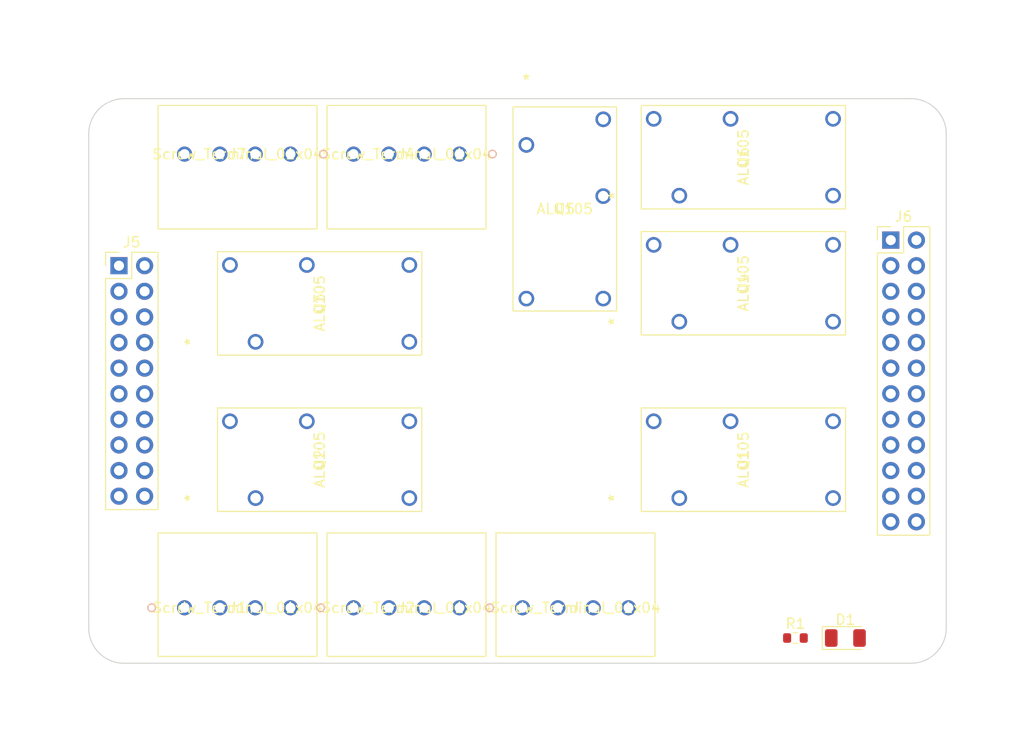
<source format=kicad_pcb>
(kicad_pcb (version 20211014) (generator pcbnew)
  (layers (0 "F.Cu" signal) (31 "B.Cu" signal) (34 "B.Paste" user) (35 "F.Paste" user) (36 "B.SilkS" user "B.Silkscreen") (37 "F.SilkS" user "F.Silkscreen") (38 "B.Mask" user) (39 "F.Mask" user) (44 "Edge.Cuts" user))
  (net 0 "")
  (net 1 "/GND")
  (net 2 "Net-(D1-Pad2)")
  (net 3 "/Ch1")
  (net 4 "/Ch1A")
  (net 5 "/Ch1B")
  (net 6 "/Ch2")
  (net 7 "/Ch2A")
  (net 8 "/Ch2B")
  (net 9 "/Ch3")
  (net 10 "/Ch3A")
  (net 11 "/Ch3B")
  (net 12 "/Ch4")
  (net 13 "/Ch4A")
  (net 14 "/Ch4B")
  (net 15 "/Ch5")
  (net 16 "/Ch5A")
  (net 17 "/Ch5B")
  (net 18 "/Ch6")
  (net 29 "/R5")
  (net 30 "/R0")
  (net 31 "/R1")
  (net 33 "/R2")
  (net 36 "/R3")
  (net 48 "/R4")
  (net 52 "/Reset")
  (net 53 "/VCC")
  (net 54 "/Ch6A")
  (net 55 "/Ch6B")
  (footprint "ALQ105-BAJA-FP:ALQ105" (layer "F.Cu") (at 174 86.5 90)
    (fp_text reference "U3" (at -3.81 8.89 90) (layer "F.SilkS"))
    (fp_text value "ALQ105" (at -3.81 8.89 90) (layer "F.SilkS"))
    (fp_text user "*" (at -7.62 -3.903133 90) (layer "F.SilkS"))
    (fp_text user "*" (at -7.62 -3.903133 90) (layer "F.SilkS"))
    (fp_line (start 1.3208 19.0119) (end 1.3208 -1.2319) (layer "F.SilkS") (width 0.12))
    (fp_line (start -8.9408 19.0119) (end 1.3208 19.0119) (layer "F.SilkS") (width 0.12))
    (fp_line (start -8.9408 -1.2319) (end -8.9408 19.0119) (layer "F.SilkS") (width 0.12))
    (fp_line (start 1.3208 -1.2319) (end -8.9408 -1.2319) (layer "F.SilkS") (width 0.12))
    (pad "1" thru_hole circle locked (at 0 0 90) (size 1.5494 1.5494) (drill 1.0414) (layers *.Cu *.Mask) (net 7 "/Ch2A"))
    (pad "2" thru_hole circle locked (at 0 7.62 90) (size 1.5494 1.5494) (drill 1.0414) (layers *.Cu *.Mask) (net 6 "/Ch2"))
    (pad "3" thru_hole circle locked (at 0 17.78 90) (size 1.5494 1.5494) (drill 1.0414) (layers *.Cu *.Mask) (net 31 "/R1"))
    (pad "4" thru_hole circle locked (at -7.62 17.78 90) (size 1.5494 1.5494) (drill 1.0414) (layers *.Cu *.Mask) (net 1 "/GND"))
    (pad "5" thru_hole circle locked (at -7.62 2.54 90) (size 1.5494 1.5494) (drill 1.0414) (layers *.Cu *.Mask) (net 8 "/Ch2B"))
  )
  (footprint "BAJA-4PIN:1984989" (layer "F.Cu") (at 169.5 120.5)
    (fp_text reference "J1" (at 5.25 0) (layer "F.SilkS"))
    (fp_text value "Screw_Terminal_01x04" (at 5.25 0) (layer "F.SilkS"))
    (fp_text user "*" (at 0 0) (layer "F.SilkS"))
    (fp_circle (center -3.262 0) (end -2.881 0) (layer "B.SilkS") (width 0.12) (fill none))
    (fp_line (start 13.127 4.826998) (end 13.127 -7.427001) (layer "F.SilkS") (width 0.12))
    (fp_line (start 13.127 -7.427001) (end -2.627 -7.427001) (layer "F.SilkS") (width 0.12))
    (fp_line (start -2.627 -7.427001) (end -2.627 4.826998) (layer "F.SilkS") (width 0.12))
    (fp_line (start -2.627 4.826998) (end 13.127 4.826998) (layer "F.SilkS") (width 0.12))
    (fp_circle (center -3.262 0) (end -2.881 0) (layer "F.SilkS") (width 0.12) (fill none))
    (pad "1" thru_hole circle locked (at 0 0) (size 1.4986 1.4986) (drill 0.9906) (layers *.Cu *.Mask) (net 3 "/Ch1"))
    (pad "2" thru_hole circle locked (at 3.500001 0) (size 1.4986 1.4986) (drill 0.9906) (layers *.Cu *.Mask) (net 4 "/Ch1A"))
    (pad "3" thru_hole circle locked (at 7.000001 0) (size 1.4986 1.4986) (drill 0.9906) (layers *.Cu *.Mask) (net 5 "/Ch1B"))
    (pad "4" thru_hole circle locked (at 10.500002 0) (size 1.4986 1.4986) (drill 0.9906) (layers *.Cu *.Mask) (net 6 "/Ch2"))
  )
  (footprint "ALQ105-BAJA-FP:ALQ105" (layer "F.Cu") (at 216 84.5 90)
    (fp_text reference "U4" (at -3.81 8.89 90) (layer "F.SilkS"))
    (fp_text value "ALQ105" (at -3.81 8.89 90) (layer "F.SilkS"))
    (fp_text user "*" (at -7.62 -3.903133 90) (layer "F.SilkS"))
    (fp_text user "*" (at -7.62 -3.903133 90) (layer "F.SilkS"))
    (fp_line (start 1.3208 19.0119) (end 1.3208 -1.2319) (layer "F.SilkS") (width 0.12))
    (fp_line (start -8.9408 -1.2319) (end -8.9408 19.0119) (layer "F.SilkS") (width 0.12))
    (fp_line (start -8.9408 19.0119) (end 1.3208 19.0119) (layer "F.SilkS") (width 0.12))
    (fp_line (start 1.3208 -1.2319) (end -8.9408 -1.2319) (layer "F.SilkS") (width 0.12))
    (pad "1" thru_hole circle locked (at 0 0 90) (size 1.5494 1.5494) (drill 1.0414) (layers *.Cu *.Mask) (net 16 "/Ch5A"))
    (pad "2" thru_hole circle locked (at 0 7.62 90) (size 1.5494 1.5494) (drill 1.0414) (layers *.Cu *.Mask) (net 15 "/Ch5"))
    (pad "3" thru_hole circle locked (at 0 17.78 90) (size 1.5494 1.5494) (drill 1.0414) (layers *.Cu *.Mask) (net 48 "/R4"))
    (pad "4" thru_hole circle locked (at -7.62 17.78 90) (size 1.5494 1.5494) (drill 1.0414) (layers *.Cu *.Mask) (net 1 "/GND"))
    (pad "5" thru_hole circle locked (at -7.62 2.54 90) (size 1.5494 1.5494) (drill 1.0414) (layers *.Cu *.Mask) (net 17 "/Ch5B"))
  )
  (footprint "ALQ105-BAJA-FP:ALQ105" (layer "F.Cu") (at 211 72.05)
    (fp_text reference "U5" (at -3.81 8.89) (layer "F.SilkS"))
    (fp_text value "ALQ105" (at -3.81 8.89) (layer "F.SilkS"))
    (fp_text user "*" (at -7.62 -3.903133) (layer "F.SilkS"))
    (fp_text user "*" (at -7.62 -3.903133) (layer "F.SilkS"))
    (fp_line (start -8.9408 19.0119) (end 1.3208 19.0119) (layer "F.SilkS") (width 0.12))
    (fp_line (start 1.3208 -1.2319) (end -8.9408 -1.2319) (layer "F.SilkS") (width 0.12))
    (fp_line (start 1.3208 19.0119) (end 1.3208 -1.2319) (layer "F.SilkS") (width 0.12))
    (fp_line (start -8.9408 -1.2319) (end -8.9408 19.0119) (layer "F.SilkS") (width 0.12))
    (pad "1" thru_hole circle locked (at 0 0) (size 1.5494 1.5494) (drill 1.0414) (layers *.Cu *.Mask) (net 10 "/Ch3A"))
    (pad "2" thru_hole circle locked (at 0 7.62) (size 1.5494 1.5494) (drill 1.0414) (layers *.Cu *.Mask) (net 9 "/Ch3"))
    (pad "3" thru_hole circle locked (at 0 17.78) (size 1.5494 1.5494) (drill 1.0414) (layers *.Cu *.Mask) (net 33 "/R2"))
    (pad "4" thru_hole circle locked (at -7.62 17.78) (size 1.5494 1.5494) (drill 1.0414) (layers *.Cu *.Mask) (net 1 "/GND"))
    (pad "5" thru_hole circle locked (at -7.62 2.54) (size 1.5494 1.5494) (drill 1.0414) (layers *.Cu *.Mask) (net 11 "/Ch3B"))
  )
  (footprint "BAJA-4PIN:1984989" (layer "F.Cu") (at 180 75.5 180)
    (fp_text reference "J7" (at 5.25 0) (layer "F.SilkS"))
    (fp_text value "Screw_Terminal_01x04" (at 5.25 0) (layer "F.SilkS"))
    (fp_text user "*" (at 0 0) (layer "F.SilkS"))
    (fp_circle (center -3.262 0) (end -2.881 0) (layer "B.SilkS") (width 0.12) (fill none))
    (fp_line (start 13.127 4.826998) (end 13.127 -7.427001) (layer "F.SilkS") (width 0.12))
    (fp_line (start 13.127 -7.427001) (end -2.627 -7.427001) (layer "F.SilkS") (width 0.12))
    (fp_line (start -2.627 4.826998) (end 13.127 4.826998) (layer "F.SilkS") (width 0.12))
    (fp_line (start -2.627 -7.427001) (end -2.627 4.826998) (layer "F.SilkS") (width 0.12))
    (fp_circle (center -3.262 0) (end -2.881 0) (layer "F.SilkS") (width 0.12) (fill none))
    (pad "1" thru_hole circle locked (at 0 0 180) (size 1.4986 1.4986) (drill 0.9906) (layers *.Cu *.Mask) (net 54 "/Ch6A"))
    (pad "2" thru_hole circle locked (at 3.500001 0 180) (size 1.4986 1.4986) (drill 0.9906) (layers *.Cu *.Mask) (net 55 "/Ch6B"))
    (pad "3" thru_hole circle locked (at 7.000001 0 180) (size 1.4986 1.4986) (drill 0.9906) (layers *.Cu *.Mask) (net 53 "/VCC"))
    (pad "4" thru_hole circle locked (at 10.500002 0 180) (size 1.4986 1.4986) (drill 0.9906) (layers *.Cu *.Mask) (net 1 "/GND"))
  )
  (footprint "ALQ105-BAJA-FP:ALQ105" (layer "F.Cu") (at 174 102 90)
    (fp_text reference "U2" (at -3.81 8.89 90) (layer "F.SilkS"))
    (fp_text value "ALQ105" (at -3.81 8.89 90) (layer "F.SilkS"))
    (fp_text user "*" (at -7.62 -3.903133 90) (layer "F.SilkS"))
    (fp_text user "*" (at -7.62 -3.903133 90) (layer "F.SilkS"))
    (fp_line (start 1.3208 19.0119) (end 1.3208 -1.2319) (layer "F.SilkS") (width 0.12))
    (fp_line (start -8.9408 -1.2319) (end -8.9408 19.0119) (layer "F.SilkS") (width 0.12))
    (fp_line (start 1.3208 -1.2319) (end -8.9408 -1.2319) (layer "F.SilkS") (width 0.12))
    (fp_line (start -8.9408 19.0119) (end 1.3208 19.0119) (layer "F.SilkS") (width 0.12))
    (pad "1" thru_hole circle locked (at 0 0 90) (size 1.5494 1.5494) (drill 1.0414) (layers *.Cu *.Mask) (net 13 "/Ch4A"))
    (pad "2" thru_hole circle locked (at 0 7.62 90) (size 1.5494 1.5494) (drill 1.0414) (layers *.Cu *.Mask) (net 12 "/Ch4"))
    (pad "3" thru_hole circle locked (at 0 17.78 90) (size 1.5494 1.5494) (drill 1.0414) (layers *.Cu *.Mask) (net 36 "/R3"))
    (pad "4" thru_hole circle locked (at -7.62 17.78 90) (size 1.5494 1.5494) (drill 1.0414) (layers *.Cu *.Mask) (net 1 "/GND"))
    (pad "5" thru_hole circle locked (at -7.62 2.54 90) (size 1.5494 1.5494) (drill 1.0414) (layers *.Cu *.Mask) (net 14 "/Ch4B"))
  )
  (footprint "ALQ105-BAJA-FP:ALQ105" (layer "F.Cu") (at 216 72 90)
    (fp_text reference "U6" (at -3.81 8.89 90) (layer "F.SilkS"))
    (fp_text value "ALQ105" (at -3.81 8.89 90) (layer "F.SilkS"))
    (fp_text user "*" (at -7.62 -3.903133 90) (layer "F.SilkS"))
    (fp_text user "*" (at -7.62 -3.903133 90) (layer "F.SilkS"))
    (fp_line (start 1.3208 -1.2319) (end -8.9408 -1.2319) (layer "F.SilkS") (width 0.12))
    (fp_line (start -8.9408 -1.2319) (end -8.9408 19.0119) (layer "F.SilkS") (width 0.12))
    (fp_line (start 1.3208 19.0119) (end 1.3208 -1.2319) (layer "F.SilkS") (width 0.12))
    (fp_line (start -8.9408 19.0119) (end 1.3208 19.0119) (layer "F.SilkS") (width 0.12))
    (pad "1" thru_hole circle locked (at 0 0 90) (size 1.5494 1.5494) (drill 1.0414) (layers *.Cu *.Mask) (net 54 "/Ch6A"))
    (pad "2" thru_hole circle locked (at 0 7.62 90) (size 1.5494 1.5494) (drill 1.0414) (layers *.Cu *.Mask) (net 18 "/Ch6"))
    (pad "3" thru_hole circle locked (at 0 17.78 90) (size 1.5494 1.5494) (drill 1.0414) (layers *.Cu *.Mask) (net 29 "/R5"))
    (pad "4" thru_hole circle locked (at -7.62 17.78 90) (size 1.5494 1.5494) (drill 1.0414) (layers *.Cu *.Mask) (net 1 "/GND"))
    (pad "5" thru_hole circle locked (at -7.62 2.54 90) (size 1.5494 1.5494) (drill 1.0414) (layers *.Cu *.Mask) (net 55 "/Ch6B"))
  )
  (footprint "Connector_PinHeader_2.54mm:PinHeader_2x12_P2.54mm_Vertical" (layer "F.Cu") (at 239.5 84.03)
    (fp_text reference "J6" (at 1.27 -2.33) (layer "F.SilkS"))
    (fp_text value "Conn_02x12_Counter_Clockwise")
    (fp_line (start -1.33 1.27) (end -1.33 29.27) (layer "F.SilkS") (width 0.12))
    (fp_line (start -1.33 1.27) (end 1.27 1.27) (layer "F.SilkS") (width 0.12))
    (fp_line (start -1.33 29.27) (end 3.87 29.27) (layer "F.SilkS") (width 0.12))
    (fp_line (start 1.27 -1.33) (end 3.87 -1.33) (layer "F.SilkS") (width 0.12))
    (fp_line (start -1.33 0) (end -1.33 -1.33) (layer "F.SilkS") (width 0.12))
    (fp_line (start 1.27 1.27) (end 1.27 -1.33) (layer "F.SilkS") (width 0.12))
    (fp_line (start 3.87 -1.33) (end 3.87 29.27) (layer "F.SilkS") (width 0.12))
    (fp_line (start -1.33 -1.33) (end 0 -1.33) (layer "F.SilkS") (width 0.12))
    (pad "1" thru_hole rect (at 0 0) (size 1.7 1.7) (drill 1) (layers *.Cu *.Mask))
    (pad "2" thru_hole oval (at 2.54 0) (size 1.7 1.7) (drill 1) (layers *.Cu *.Mask) (net 36 "/R3"))
    (pad "3" thru_hole oval (at 0 2.54) (size 1.7 1.7) (drill 1) (layers *.Cu *.Mask))
    (pad "4" thru_hole oval (at 2.54 2.54) (size 1.7 1.7) (drill 1) (layers *.Cu *.Mask))
    (pad "5" thru_hole oval (at 0 5.08) (size 1.7 1.7) (drill 1) (layers *.Cu *.Mask) (net 1 "/GND"))
    (pad "6" thru_hole oval (at 2.54 5.08) (size 1.7 1.7) (drill 1) (layers *.Cu *.Mask))
    (pad "7" thru_hole oval (at 0 7.62) (size 1.7 1.7) (drill 1) (layers *.Cu *.Mask))
    (pad "8" thru_hole oval (at 2.54 7.62) (size 1.7 1.7) (drill 1) (layers *.Cu *.Mask))
    (pad "9" thru_hole oval (at 0 10.16) (size 1.7 1.7) (drill 1) (layers *.Cu *.Mask))
    (pad "10" thru_hole oval (at 2.54 10.16) (size 1.7 1.7) (drill 1) (layers *.Cu *.Mask) (net 1 "/GND"))
    (pad "11" thru_hole oval (at 0 12.7) (size 1.7 1.7) (drill 1) (layers *.Cu *.Mask))
    (pad "12" thru_hole oval (at 2.54 12.7) (size 1.7 1.7) (drill 1) (layers *.Cu *.Mask))
    (pad "13" thru_hole oval (at 0 15.24) (size 1.7 1.7) (drill 1) (layers *.Cu *.Mask))
    (pad "14" thru_hole oval (at 2.54 15.24) (size 1.7 1.7) (drill 1) (layers *.Cu *.Mask) (net 1 "/GND"))
    (pad "15" thru_hole oval (at 0 17.78) (size 1.7 1.7) (drill 1) (layers *.Cu *.Mask))
    (pad "16" thru_hole oval (at 2.54 17.78) (size 1.7 1.7) (drill 1) (layers *.Cu *.Mask))
    (pad "17" thru_hole oval (at 0 20.32) (size 1.7 1.7) (drill 1) (layers *.Cu *.Mask) (net 48 "/R4"))
    (pad "18" thru_hole oval (at 2.54 20.32) (size 1.7 1.7) (drill 1) (layers *.Cu *.Mask))
    (pad "19" thru_hole oval (at 0 22.86) (size 1.7 1.7) (drill 1) (layers *.Cu *.Mask) (net 1 "/GND"))
    (pad "20" thru_hole oval (at 2.54 22.86) (size 1.7 1.7) (drill 1) (layers *.Cu *.Mask))
    (pad "21" thru_hole oval (at 0 25.4) (size 1.7 1.7) (drill 1) (layers *.Cu *.Mask))
    (pad "22" thru_hole oval (at 2.54 25.4) (size 1.7 1.7) (drill 1) (layers *.Cu *.Mask) (net 52 "/Reset"))
    (pad "23" thru_hole oval (at 0 27.94) (size 1.7 1.7) (drill 1) (layers *.Cu *.Mask) (net 53 "/VCC"))
    (pad "24" thru_hole oval (at 2.54 27.94) (size 1.7 1.7) (drill 1) (layers *.Cu *.Mask) (net 53 "/VCC"))
  )
  (footprint "BAJA-4PIN:1984989" (layer "F.Cu") (at 203 120.5)
    (fp_text reference "J" (at 5.25 0) (layer "F.SilkS"))
    (fp_text value "Screw_Terminal_01x04" (at 5.25 0) (layer "F.SilkS"))
    (fp_text user "*" (at 0 0) (layer "F.SilkS"))
    (fp_circle (center -3.262 0) (end -2.881 0) (layer "B.SilkS") (width 0.12) (fill none))
    (fp_line (start -2.627 -7.427001) (end -2.627 4.826998) (layer "F.SilkS") (width 0.12))
    (fp_line (start 13.127 4.826998) (end 13.127 -7.427001) (layer "F.SilkS") (width 0.12))
    (fp_line (start 13.127 -7.427001) (end -2.627 -7.427001) (layer "F.SilkS") (width 0.12))
    (fp_line (start -2.627 4.826998) (end 13.127 4.826998) (layer "F.SilkS") (width 0.12))
    (fp_circle (center -3.262 0) (end -2.881 0) (layer "F.SilkS") (width 0.12) (fill none))
    (pad "1" thru_hole circle locked (at 0 0) (size 1.4986 1.4986) (drill 0.9906) (layers *.Cu *.Mask) (net 11 "/Ch3B"))
    (pad "2" thru_hole circle locked (at 3.500001 0) (size 1.4986 1.4986) (drill 0.9906) (layers *.Cu *.Mask) (net 12 "/Ch4"))
    (pad "3" thru_hole circle locked (at 7.000001 0) (size 1.4986 1.4986) (drill 0.9906) (layers *.Cu *.Mask) (net 13 "/Ch4A"))
    (pad "4" thru_hole circle locked (at 10.500002 0) (size 1.4986 1.4986) (drill 0.9906) (layers *.Cu *.Mask) (net 14 "/Ch4B"))
  )
  (footprint "BAJA-4PIN:1984989" (layer "F.Cu") (at 186.25 120.5)
    (fp_text reference "J2" (at 5.25 0) (layer "F.SilkS"))
    (fp_text value "Screw_Terminal_01x04" (at 5.25 0) (layer "F.SilkS"))
    (fp_text user "*" (at 0 0) (layer "F.SilkS"))
    (fp_circle (center -3.262 0) (end -2.881 0) (layer "B.SilkS") (width 0.12) (fill none))
    (fp_line (start 13.127 -7.427001) (end -2.627 -7.427001) (layer "F.SilkS") (width 0.12))
    (fp_line (start 13.127 4.826998) (end 13.127 -7.427001) (layer "F.SilkS") (width 0.12))
    (fp_line (start -2.627 4.826998) (end 13.127 4.826998) (layer "F.SilkS") (width 0.12))
    (fp_line (start -2.627 -7.427001) (end -2.627 4.826998) (layer "F.SilkS") (width 0.12))
    (fp_circle (center -3.262 0) (end -2.881 0) (layer "F.SilkS") (width 0.12) (fill none))
    (pad "1" thru_hole circle locked (at 0 0) (size 1.4986 1.4986) (drill 0.9906) (layers *.Cu *.Mask) (net 7 "/Ch2A"))
    (pad "2" thru_hole circle locked (at 3.500001 0) (size 1.4986 1.4986) (drill 0.9906) (layers *.Cu *.Mask) (net 8 "/Ch2B"))
    (pad "3" thru_hole circle locked (at 7.000001 0) (size 1.4986 1.4986) (drill 0.9906) (layers *.Cu *.Mask) (net 9 "/Ch3"))
    (pad "4" thru_hole circle locked (at 10.500002 0) (size 1.4986 1.4986) (drill 0.9906) (layers *.Cu *.Mask) (net 10 "/Ch3A"))
  )
  (footprint "MountingHole:MountingHole_2.7mm_M2.5" (layer "F.Cu") (at 202.5 98)
    (fp_text reference "REF**")
    (fp_text value "MountingHole_2.7mm_M2.5")
    (pad "" np_thru_hole circle (at 0 0) (size 2.7 2.7) (drill 2.7) (layers *.Cu *.Mask))
  )
  (footprint "BAJA-4PIN:1984989" (layer "F.Cu") (at 196.75 75.5 180)
    (fp_text reference "J4" (at 5.25 0) (layer "F.SilkS"))
    (fp_text value "Screw_Terminal_01x04" (at 5.25 0) (layer "F.SilkS"))
    (fp_text user "*" (at 0 0) (layer "F.SilkS"))
    (fp_circle (center -3.262 0) (end -2.881 0) (layer "B.SilkS") (width 0.12) (fill none))
    (fp_line (start -2.627 -7.427001) (end -2.627 4.826998) (layer "F.SilkS") (width 0.12))
    (fp_line (start 13.127 -7.427001) (end -2.627 -7.427001) (layer "F.SilkS") (width 0.12))
    (fp_line (start -2.627 4.826998) (end 13.127 4.826998) (layer "F.SilkS") (width 0.12))
    (fp_line (start 13.127 4.826998) (end 13.127 -7.427001) (layer "F.SilkS") (width 0.12))
    (fp_circle (center -3.262 0) (end -2.881 0) (layer "F.SilkS") (width 0.12) (fill none))
    (pad "1" thru_hole circle locked (at 0 0 180) (size 1.4986 1.4986) (drill 0.9906) (layers *.Cu *.Mask) (net 15 "/Ch5"))
    (pad "2" thru_hole circle locked (at 3.500001 0 180) (size 1.4986 1.4986) (drill 0.9906) (layers *.Cu *.Mask) (net 16 "/Ch5A"))
    (pad "3" thru_hole circle locked (at 7.000001 0 180) (size 1.4986 1.4986) (drill 0.9906) (layers *.Cu *.Mask) (net 17 "/Ch5B"))
    (pad "4" thru_hole circle locked (at 10.500002 0 180) (size 1.4986 1.4986) (drill 0.9906) (layers *.Cu *.Mask) (net 18 "/Ch6"))
  )
  (footprint "Resistor_SMD:R_0603_1608Metric" (layer "F.Cu") (at 230.05 123.5)
    (fp_text reference "R1" (at 0 -1.43) (layer "F.SilkS"))
    (fp_text value "R")
    (fp_line (start -0.237258 0.5225) (end 0.237258 0.5225) (layer "F.SilkS") (width 0.12))
    (fp_line (start -0.237258 -0.5225) (end 0.237258 -0.5225) (layer "F.SilkS") (width 0.12))
    (pad "1" smd roundrect (at -0.825 0) (size 0.8 0.95) (layers "F.Cu" "F.Paste" "F.Mask") (net 53 "/VCC"))
    (pad "2" smd roundrect (at 0.825 0) (size 0.8 0.95) (layers "F.Cu" "F.Paste" "F.Mask") (net 2 "Net-(D1-Pad2)"))
  )
  (footprint "Connector_PinHeader_2.54mm:PinHeader_2x10_P2.54mm_Vertical" (layer "F.Cu") (at 163 86.57)
    (fp_text reference "J5" (at 1.27 -2.33) (layer "F.SilkS"))
    (fp_text value "Conn_02x10_Counter_Clockwise")
    (fp_line (start -1.33 1.27) (end -1.33 24.19) (layer "F.SilkS") (width 0.12))
    (fp_line (start 1.27 1.27) (end 1.27 -1.33) (layer "F.SilkS") (width 0.12))
    (fp_line (start -1.33 24.19) (end 3.87 24.19) (layer "F.SilkS") (width 0.12))
    (fp_line (start -1.33 1.27) (end 1.27 1.27) (layer "F.SilkS") (width 0.12))
    (fp_line (start -1.33 0) (end -1.33 -1.33) (layer "F.SilkS") (width 0.12))
    (fp_line (start -1.33 -1.33) (end 0 -1.33) (layer "F.SilkS") (width 0.12))
    (fp_line (start 3.87 -1.33) (end 3.87 24.19) (layer "F.SilkS") (width 0.12))
    (fp_line (start 1.27 -1.33) (end 3.87 -1.33) (layer "F.SilkS") (width 0.12))
    (pad "1" thru_hole rect (at 0 0) (size 1.7 1.7) (drill 1) (layers *.Cu *.Mask))
    (pad "2" thru_hole oval (at 2.54 0) (size 1.7 1.7) (drill 1) (layers *.Cu *.Mask))
    (pad "3" thru_hole oval (at 0 2.54) (size 1.7 1.7) (drill 1) (layers *.Cu *.Mask))
    (pad "4" thru_hole oval (at 2.54 2.54) (size 1.7 1.7) (drill 1) (layers *.Cu *.Mask))
    (pad "5" thru_hole oval (at 0 5.08) (size 1.7 1.7) (drill 1) (layers *.Cu *.Mask))
    (pad "6" thru_hole oval (at 2.54 5.08) (size 1.7 1.7) (drill 1) (layers *.Cu *.Mask) (net 1 "/GND"))
    (pad "7" thru_hole oval (at 0 7.62) (size 1.7 1.7) (drill 1) (layers *.Cu *.Mask))
    (pad "8" thru_hole oval (at 2.54 7.62) (size 1.7 1.7) (drill 1) (layers *.Cu *.Mask))
    (pad "9" thru_hole oval (at 0 10.16) (size 1.7 1.7) (drill 1) (layers *.Cu *.Mask) (net 1 "/GND"))
    (pad "10" thru_hole oval (at 2.54 10.16) (size 1.7 1.7) (drill 1) (layers *.Cu *.Mask))
    (pad "11" thru_hole oval (at 0 12.7) (size 1.7 1.7) (drill 1) (layers *.Cu *.Mask))
    (pad "12" thru_hole oval (at 2.54 12.7) (size 1.7 1.7) (drill 1) (layers *.Cu *.Mask))
    (pad "13" thru_hole oval (at 0 15.24) (size 1.7 1.7) (drill 1) (layers *.Cu *.Mask) (net 29 "/R5"))
    (pad "14" thru_hole oval (at 2.54 15.24) (size 1.7 1.7) (drill 1) (layers *.Cu *.Mask) (net 1 "/GND"))
    (pad "15" thru_hole oval (at 0 17.78) (size 1.7 1.7) (drill 1) (layers *.Cu *.Mask) (net 30 "/R0"))
    (pad "16" thru_hole oval (at 2.54 17.78) (size 1.7 1.7) (drill 1) (layers *.Cu *.Mask) (net 31 "/R1"))
    (pad "17" thru_hole oval (at 0 20.32) (size 1.7 1.7) (drill 1) (layers *.Cu *.Mask))
    (pad "18" thru_hole oval (at 2.54 20.32) (size 1.7 1.7) (drill 1) (layers *.Cu *.Mask) (net 33 "/R2"))
    (pad "19" thru_hole oval (at 0 22.86) (size 1.7 1.7) (drill 1) (layers *.Cu *.Mask))
    (pad "20" thru_hole oval (at 2.54 22.86) (size 1.7 1.7) (drill 1) (layers *.Cu *.Mask) (net 1 "/GND"))
  )
  (footprint "ALQ105-BAJA-FP:ALQ105" (layer "F.Cu") (at 216 102 90)
    (fp_text reference "U1" (at -3.81 8.89 90) (layer "F.SilkS"))
    (fp_text value "ALQ105" (at -3.81 8.89 90) (layer "F.SilkS"))
    (fp_text user "*" (at -7.62 -3.903133 90) (layer "F.SilkS"))
    (fp_text user "*" (at -7.62 -3.903133 90) (layer "F.SilkS"))
    (fp_line (start -8.9408 -1.2319) (end -8.9408 19.0119) (layer "F.SilkS") (width 0.12))
    (fp_line (start -8.9408 19.0119) (end 1.3208 19.0119) (layer "F.SilkS") (width 0.12))
    (fp_line (start 1.3208 -1.2319) (end -8.9408 -1.2319) (layer "F.SilkS") (width 0.12))
    (fp_line (start 1.3208 19.0119) (end 1.3208 -1.2319) (layer "F.SilkS") (width 0.12))
    (pad "1" thru_hole circle locked (at 0 0 90) (size 1.5494 1.5494) (drill 1.0414) (layers *.Cu *.Mask) (net 4 "/Ch1A"))
    (pad "2" thru_hole circle locked (at 0 7.62 90) (size 1.5494 1.5494) (drill 1.0414) (layers *.Cu *.Mask) (net 3 "/Ch1"))
    (pad "3" thru_hole circle locked (at 0 17.78 90) (size 1.5494 1.5494) (drill 1.0414) (layers *.Cu *.Mask) (net 30 "/R0"))
    (pad "4" thru_hole circle locked (at -7.62 17.78 90) (size 1.5494 1.5494) (drill 1.0414) (layers *.Cu *.Mask) (net 1 "/GND"))
    (pad "5" thru_hole circle locked (at -7.62 2.54 90) (size 1.5494 1.5494) (drill 1.0414) (layers *.Cu *.Mask) (net 5 "/Ch1B"))
  )
  (footprint "Diode_SMD:D_1206_3216Metric" (layer "F.Cu") (at 235 123.5)
    (fp_text reference "D1" (at 0 -1.82) (layer "F.SilkS"))
    (fp_text value "LED")
    (fp_line (start -2.285 -1.135) (end -2.285 1.135) (layer "F.SilkS") (width 0.12))
    (fp_line (start 1.6 -1.135) (end -2.285 -1.135) (layer "F.SilkS") (width 0.12))
    (fp_line (start -2.285 1.135) (end 1.6 1.135) (layer "F.SilkS") (width 0.12))
    (pad "1" smd roundrect (at -1.4 0) (size 1.25 1.75) (layers "F.Cu" "F.Paste" "F.Mask") (roundrect_rratio 0.2) (net 1 "/GND"))
    (pad "2" smd roundrect (at 1.4 0) (size 1.25 1.75) (layers "F.Cu" "F.Paste" "F.Mask") (roundrect_rratio 0.2) (net 2 "Net-(D1-Pad2)"))
  )
  (gr_arc (start 241.5 70) (mid 243.974874 71.025126) (end 245 73.5) (layer "Edge.Cuts") (width 0.1))
  (gr_line (start 163.5 126) (end 241.5 126) (layer "Edge.Cuts") (width 0.1))
  (gr_arc (start 245 122.5) (mid 243.974874 124.974874) (end 241.5 126) (layer "Edge.Cuts") (width 0.1))
  (gr_arc (start 163.5 126) (mid 161.025126 124.974874) (end 160 122.5) (layer "Edge.Cuts") (width 0.1))
  (gr_line (start 160 122.5) (end 160 73.5) (layer "Edge.Cuts") (width 0.1))
  (gr_line (start 245 122.5) (end 245 73.5) (layer "Edge.Cuts") (width 0.1))
  (gr_line (start 163.5 70) (end 241.5 70) (layer "Edge.Cuts") (width 0.1))
  (gr_arc (start 160 73.5) (mid 161.025126 71.025126) (end 163.5 70) (layer "Edge.Cuts") (width 0.1))
)
</source>
